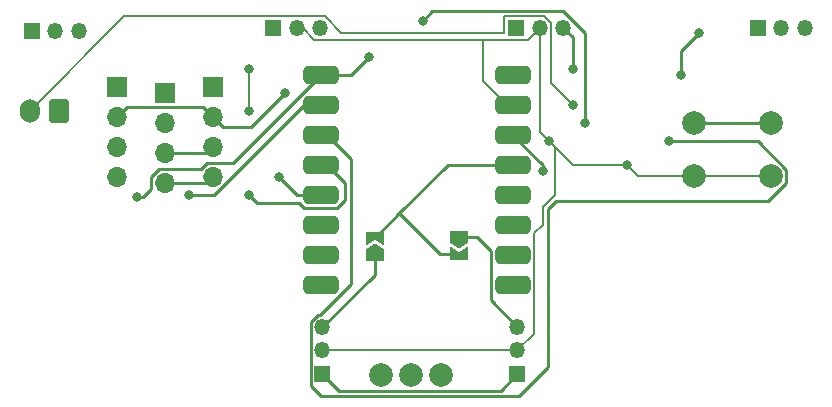
<source format=gbr>
%TF.GenerationSoftware,KiCad,Pcbnew,7.0.7*%
%TF.CreationDate,2024-08-10T15:19:47-05:00*%
%TF.ProjectId,LASK5,4c41534b-352e-46b6-9963-61645f706362,rev?*%
%TF.SameCoordinates,Original*%
%TF.FileFunction,Copper,L2,Bot*%
%TF.FilePolarity,Positive*%
%FSLAX46Y46*%
G04 Gerber Fmt 4.6, Leading zero omitted, Abs format (unit mm)*
G04 Created by KiCad (PCBNEW 7.0.7) date 2024-08-10 15:19:47*
%MOMM*%
%LPD*%
G01*
G04 APERTURE LIST*
G04 Aperture macros list*
%AMRoundRect*
0 Rectangle with rounded corners*
0 $1 Rounding radius*
0 $2 $3 $4 $5 $6 $7 $8 $9 X,Y pos of 4 corners*
0 Add a 4 corners polygon primitive as box body*
4,1,4,$2,$3,$4,$5,$6,$7,$8,$9,$2,$3,0*
0 Add four circle primitives for the rounded corners*
1,1,$1+$1,$2,$3*
1,1,$1+$1,$4,$5*
1,1,$1+$1,$6,$7*
1,1,$1+$1,$8,$9*
0 Add four rect primitives between the rounded corners*
20,1,$1+$1,$2,$3,$4,$5,0*
20,1,$1+$1,$4,$5,$6,$7,0*
20,1,$1+$1,$6,$7,$8,$9,0*
20,1,$1+$1,$8,$9,$2,$3,0*%
%AMFreePoly0*
4,1,6,1.000000,0.000000,0.500000,-0.750000,-0.500000,-0.750000,-0.500000,0.750000,0.500000,0.750000,1.000000,0.000000,1.000000,0.000000,$1*%
%AMFreePoly1*
4,1,6,0.500000,-0.750000,-0.650000,-0.750000,-0.150000,0.000000,-0.650000,0.750000,0.500000,0.750000,0.500000,-0.750000,0.500000,-0.750000,$1*%
G04 Aperture macros list end*
%TA.AperFunction,ComponentPad*%
%ADD10R,1.350000X1.350000*%
%TD*%
%TA.AperFunction,ComponentPad*%
%ADD11O,1.350000X1.350000*%
%TD*%
%TA.AperFunction,ComponentPad*%
%ADD12C,2.000000*%
%TD*%
%TA.AperFunction,ComponentPad*%
%ADD13R,1.700000X1.700000*%
%TD*%
%TA.AperFunction,ComponentPad*%
%ADD14O,1.700000X1.700000*%
%TD*%
%TA.AperFunction,ComponentPad*%
%ADD15RoundRect,0.381000X-1.119000X-0.381000X1.119000X-0.381000X1.119000X0.381000X-1.119000X0.381000X0*%
%TD*%
%TA.AperFunction,ComponentPad*%
%ADD16RoundRect,0.250000X0.600000X0.750000X-0.600000X0.750000X-0.600000X-0.750000X0.600000X-0.750000X0*%
%TD*%
%TA.AperFunction,ComponentPad*%
%ADD17O,1.700000X2.000000*%
%TD*%
%TA.AperFunction,SMDPad,CuDef*%
%ADD18FreePoly0,90.000000*%
%TD*%
%TA.AperFunction,SMDPad,CuDef*%
%ADD19FreePoly1,90.000000*%
%TD*%
%TA.AperFunction,SMDPad,CuDef*%
%ADD20FreePoly0,270.000000*%
%TD*%
%TA.AperFunction,SMDPad,CuDef*%
%ADD21FreePoly1,270.000000*%
%TD*%
%TA.AperFunction,ViaPad*%
%ADD22C,0.800000*%
%TD*%
%TA.AperFunction,Conductor*%
%ADD23C,0.250000*%
%TD*%
%TA.AperFunction,Conductor*%
%ADD24C,0.200000*%
%TD*%
G04 APERTURE END LIST*
D10*
%TO.P,H2,1,VCC*%
%TO.N,+3V3*%
X139732000Y-68167600D03*
D11*
%TO.P,H2,2,GND*%
%TO.N,B-*%
X141732000Y-68167600D03*
%TO.P,H2,3,VOUT*%
%TO.N,hall_1*%
X143732000Y-68167600D03*
%TD*%
D10*
%TO.P,H6,1,VCC*%
%TO.N,+3V3*%
X160419000Y-97463600D03*
D11*
%TO.P,H6,2,GND*%
%TO.N,B-*%
X160419000Y-95463600D03*
%TO.P,H6,3,VOUT*%
%TO.N,Net-(H6-VOUT)*%
X160419000Y-93463600D03*
%TD*%
D12*
%TO.P,SW2,1,1*%
%TO.N,BTTN*%
X175364000Y-76200000D03*
X181864000Y-76200000D03*
%TO.P,SW2,2,2*%
%TO.N,B-*%
X175364000Y-80700000D03*
X181864000Y-80700000D03*
%TD*%
D13*
%TO.P,J3,1,Pin_1*%
%TO.N,B-*%
X126492000Y-73152000D03*
D14*
%TO.P,J3,2,Pin_2*%
%TO.N,+3V3*%
X126492000Y-75692000D03*
%TO.P,J3,3,Pin_3*%
%TO.N,Pin6*%
X126492000Y-78232000D03*
%TO.P,J3,4,Pin_4*%
%TO.N,ADC1_BAT*%
X126492000Y-80772000D03*
%TD*%
D15*
%TO.P,U3,0,GPIO0*%
%TO.N,hall_0*%
X160012000Y-89916000D03*
%TO.P,U3,1,GPIO1*%
%TO.N,hall_1*%
X160012000Y-87376000D03*
%TO.P,U3,2,GPIO2*%
%TO.N,hall_2*%
X160012000Y-84836000D03*
%TO.P,U3,3,GPIO3*%
%TO.N,hall_3*%
X160012000Y-82296000D03*
%TO.P,U3,4,GPIO4*%
%TO.N,hall_4*%
X160012000Y-79756000D03*
%TO.P,U3,5,GPIO5*%
%TO.N,ADC1_BAT*%
X143772000Y-72136000D03*
%TO.P,U3,6,GPIO6*%
%TO.N,Pin6*%
X143772000Y-74676000D03*
%TO.P,U3,7,GPIO7*%
%TO.N,BTTN*%
X143772000Y-77216000D03*
%TO.P,U3,8,GPIO8*%
%TO.N,SDA*%
X143772000Y-79756000D03*
%TO.P,U3,9,GPIO9*%
%TO.N,SCL*%
X143772000Y-82296000D03*
%TO.P,U3,10,GPIO10*%
%TO.N,unconnected-(U3-GPIO10-Pad10)*%
X143772000Y-84836000D03*
%TO.P,U3,20,GPIO20*%
%TO.N,unconnected-(U3-GPIO20-Pad20)*%
X143772000Y-87376000D03*
%TO.P,U3,21,GPIO21*%
%TO.N,unconnected-(U3-GPIO21-Pad21)*%
X143772000Y-89916000D03*
%TO.P,U3,100,5V*%
%TO.N,unconnected-(U3-5V-Pad100)*%
X160012000Y-72136000D03*
%TO.P,U3,101,GND*%
%TO.N,B-*%
X160012000Y-74676000D03*
%TO.P,U3,102,3V3*%
%TO.N,+3V3*%
X160012000Y-77216000D03*
%TD*%
D12*
%TO.P,SW1,1,A*%
%TO.N,VILDO*%
X153924000Y-97536000D03*
%TO.P,SW1,2,B*%
%TO.N,B+*%
X151384000Y-97536000D03*
%TO.P,SW1,3,C*%
%TO.N,unconnected-(SW1A-C-Pad3)*%
X148844000Y-97536000D03*
%TD*%
D10*
%TO.P,H4,1,VCC*%
%TO.N,+3V3*%
X180753000Y-68167600D03*
D11*
%TO.P,H4,2,GND*%
%TO.N,B-*%
X182753000Y-68167600D03*
%TO.P,H4,3,VOUT*%
%TO.N,hall_3*%
X184753000Y-68167600D03*
%TD*%
D13*
%TO.P,J4,1,Pin_1*%
%TO.N,B-*%
X130556000Y-73660000D03*
D14*
%TO.P,J4,2,Pin_2*%
%TO.N,+4V*%
X130556000Y-76200000D03*
%TO.P,J4,3,Pin_3*%
%TO.N,SCL*%
X130556000Y-78740000D03*
%TO.P,J4,4,Pin_4*%
%TO.N,SDA*%
X130556000Y-81280000D03*
%TD*%
D16*
%TO.P,J5,1,Pin_1*%
%TO.N,B-*%
X121646000Y-75191500D03*
D17*
%TO.P,J5,2,Pin_2*%
%TO.N,B+*%
X119146000Y-75191500D03*
%TD*%
D10*
%TO.P,H5,1,VCC*%
%TO.N,+3V3*%
X143919000Y-97463600D03*
D11*
%TO.P,H5,2,GND*%
%TO.N,B-*%
X143919000Y-95463600D03*
%TO.P,H5,3,VOUT*%
%TO.N,Net-(H5-VOUT)*%
X143919000Y-93463600D03*
%TD*%
D10*
%TO.P,H1,1,VCC*%
%TO.N,+3V3*%
X119285000Y-68398600D03*
D11*
%TO.P,H1,2,GND*%
%TO.N,B-*%
X121285000Y-68398600D03*
%TO.P,H1,3,VOUT*%
%TO.N,hall_0*%
X123285000Y-68398600D03*
%TD*%
D10*
%TO.P,H3,1,VCC*%
%TO.N,+3V3*%
X160306000Y-68167600D03*
D11*
%TO.P,H3,2,GND*%
%TO.N,B-*%
X162306000Y-68167600D03*
%TO.P,H3,3,VOUT*%
%TO.N,hall_2*%
X164306000Y-68167600D03*
%TD*%
D13*
%TO.P,J1,1,Pin_1*%
%TO.N,B-*%
X134620000Y-73152000D03*
D14*
%TO.P,J1,2,Pin_2*%
%TO.N,+3V3*%
X134620000Y-75692000D03*
%TO.P,J1,3,Pin_3*%
%TO.N,SCL*%
X134620000Y-78232000D03*
%TO.P,J1,4,Pin_4*%
%TO.N,SDA*%
X134620000Y-80772000D03*
%TD*%
D18*
%TO.P,JPH5-LFT1,1,A*%
%TO.N,Net-(H5-VOUT)*%
X148336000Y-87376000D03*
D19*
%TO.P,JPH5-LFT1,2,B*%
%TO.N,hall_4*%
X148336000Y-85926000D03*
%TD*%
D20*
%TO.P,JPH6-RHT1,1,A*%
%TO.N,Net-(H6-VOUT)*%
X155448000Y-85852000D03*
D21*
%TO.P,JPH6-RHT1,2,B*%
%TO.N,hall_4*%
X155448000Y-87302000D03*
%TD*%
D22*
%TO.N,Pin6*%
X132588000Y-82296000D03*
%TO.N,ADC1_BAT*%
X128175000Y-82455000D03*
%TO.N,+3V3*%
X140716000Y-73660000D03*
%TO.N,Net-(D1-A)*%
X174244000Y-72136000D03*
X175768000Y-68580000D03*
%TO.N,hall_2*%
X165100000Y-71628000D03*
%TO.N,BTTN*%
X173228000Y-77724000D03*
%TO.N,SDA*%
X137668000Y-82296000D03*
%TO.N,SCL*%
X140208000Y-80772000D03*
%TO.N,ADC1_BAT*%
X147828000Y-70612000D03*
X152400000Y-67564000D03*
X166116000Y-76200000D03*
%TO.N,B+*%
X165100000Y-74676000D03*
%TO.N,B-*%
X169672000Y-79756000D03*
X163068000Y-77724000D03*
X137668000Y-71628000D03*
X137668000Y-75184000D03*
%TO.N,+3V3*%
X162561500Y-80264000D03*
%TD*%
D23*
%TO.N,Pin6*%
X134757701Y-82296000D02*
X142377701Y-74676000D01*
X132588000Y-82296000D02*
X134757701Y-82296000D01*
X142377701Y-74676000D02*
X144272000Y-74676000D01*
%TO.N,ADC1_BAT*%
X143813565Y-72136000D02*
X144272000Y-72136000D01*
X136352565Y-79597000D02*
X143813565Y-72136000D01*
X133625299Y-80105000D02*
X134133299Y-79597000D01*
X129381000Y-81766701D02*
X129381000Y-80793299D01*
X134133299Y-79597000D02*
X136352565Y-79597000D01*
X128692701Y-82455000D02*
X129381000Y-81766701D01*
X130069299Y-80105000D02*
X133625299Y-80105000D01*
X128175000Y-82455000D02*
X128692701Y-82455000D01*
X129381000Y-80793299D02*
X130069299Y-80105000D01*
%TO.N,+3V3*%
X134620000Y-75692000D02*
X133770000Y-74842000D01*
X133770000Y-74842000D02*
X127342000Y-74842000D01*
X127342000Y-74842000D02*
X126492000Y-75692000D01*
X135470000Y-76542000D02*
X134620000Y-75692000D01*
X140716000Y-73660000D02*
X137834000Y-76542000D01*
X137834000Y-76542000D02*
X135470000Y-76542000D01*
%TO.N,Net-(D1-A)*%
X174244000Y-70104000D02*
X174244000Y-72136000D01*
X175768000Y-68580000D02*
X174244000Y-70104000D01*
%TO.N,hall_2*%
X165100000Y-68961600D02*
X164306000Y-68167600D01*
X165100000Y-71628000D02*
X165100000Y-68961600D01*
%TO.N,BTTN*%
X146304000Y-79248000D02*
X144272000Y-77216000D01*
X146304000Y-89882435D02*
X146304000Y-79248000D01*
X143504786Y-92463600D02*
X143722835Y-92463600D01*
X142919000Y-93049386D02*
X143504786Y-92463600D01*
X142919000Y-98463600D02*
X142919000Y-93049386D01*
X143766400Y-99311000D02*
X142919000Y-98463600D01*
X160571600Y-99311000D02*
X143766400Y-99311000D01*
X162985000Y-96897600D02*
X160571600Y-99311000D01*
X162985000Y-83488040D02*
X162985000Y-96897600D01*
X163669040Y-82804000D02*
X162985000Y-83488040D01*
X143722835Y-92463600D02*
X146304000Y-89882435D01*
X181633833Y-82804000D02*
X163669040Y-82804000D01*
X183189000Y-81248833D02*
X181633833Y-82804000D01*
X183189000Y-80151167D02*
X183189000Y-81248833D01*
X180761833Y-77724000D02*
X183189000Y-80151167D01*
X173228000Y-77724000D02*
X180761833Y-77724000D01*
D24*
%TO.N,B-*%
X161812000Y-85557950D02*
X161812000Y-94070600D01*
X162560000Y-83312000D02*
X162560000Y-84809950D01*
X163576000Y-82296000D02*
X162560000Y-83312000D01*
X162560000Y-84809950D02*
X161812000Y-85557950D01*
X163068000Y-77724000D02*
X163576000Y-78232000D01*
X163576000Y-78232000D02*
X163576000Y-82296000D01*
X161812000Y-94070600D02*
X160419000Y-95463600D01*
D23*
%TO.N,+3V3*%
X159970435Y-77216000D02*
X159512000Y-77216000D01*
X162561500Y-79807065D02*
X159970435Y-77216000D01*
X162561500Y-80264000D02*
X162561500Y-79807065D01*
%TO.N,SDA*%
X134112000Y-81280000D02*
X134620000Y-80772000D01*
X130556000Y-81280000D02*
X134112000Y-81280000D01*
%TO.N,SCL*%
X134112000Y-78740000D02*
X134620000Y-78232000D01*
X130556000Y-78740000D02*
X134112000Y-78740000D01*
%TO.N,SDA*%
X145796000Y-82770435D02*
X145796000Y-81280000D01*
X145183435Y-83383000D02*
X145796000Y-82770435D01*
X145796000Y-81280000D02*
X144272000Y-79756000D01*
X142360565Y-83383000D02*
X145183435Y-83383000D01*
X138341435Y-82969435D02*
X141947000Y-82969435D01*
X141947000Y-82969435D02*
X142360565Y-83383000D01*
X137668000Y-82296000D02*
X138341435Y-82969435D01*
%TO.N,SCL*%
X141732000Y-82296000D02*
X144272000Y-82296000D01*
X140208000Y-80772000D02*
X141732000Y-82296000D01*
D24*
%TO.N,B-*%
X181864000Y-80700000D02*
X175364000Y-80700000D01*
X170616000Y-80700000D02*
X169672000Y-79756000D01*
X175364000Y-80700000D02*
X170616000Y-80700000D01*
D23*
%TO.N,BTTN*%
X175364000Y-76200000D02*
X181864000Y-76200000D01*
%TO.N,ADC1_BAT*%
X146304000Y-72136000D02*
X144272000Y-72136000D01*
X147828000Y-70612000D02*
X146304000Y-72136000D01*
X153196400Y-66767600D02*
X152400000Y-67564000D01*
X166116000Y-76200000D02*
X166116000Y-68563386D01*
X166116000Y-68563386D02*
X164320214Y-66767600D01*
X164320214Y-66767600D02*
X153196400Y-66767600D01*
D24*
%TO.N,B+*%
X127144900Y-67192600D02*
X119146000Y-75191500D01*
X144135859Y-67192600D02*
X127144900Y-67192600D01*
X145523259Y-68580000D02*
X144135859Y-67192600D01*
X159331000Y-68580000D02*
X145523259Y-68580000D01*
X162709859Y-67192600D02*
X159331000Y-67192600D01*
X163281000Y-67763741D02*
X162709859Y-67192600D01*
X159331000Y-67192600D02*
X159331000Y-68580000D01*
X163281000Y-72857000D02*
X163281000Y-67763741D01*
X165100000Y-74676000D02*
X163281000Y-72857000D01*
D23*
%TO.N,+3V3*%
X159021600Y-98861000D02*
X145316400Y-98861000D01*
X145316400Y-98861000D02*
X143919000Y-97463600D01*
X160419000Y-97463600D02*
X159021600Y-98861000D01*
D24*
%TO.N,B-*%
X160419000Y-95463600D02*
X143919000Y-95463600D01*
X165100000Y-79756000D02*
X169672000Y-79756000D01*
X163068000Y-77724000D02*
X165100000Y-79756000D01*
X162306000Y-76962000D02*
X163068000Y-77724000D01*
X162306000Y-68167600D02*
X162306000Y-76962000D01*
X159512000Y-74676000D02*
X157480000Y-72644000D01*
X157480000Y-72644000D02*
X157480000Y-69142600D01*
X157480000Y-69142600D02*
X161331000Y-69142600D01*
X143241679Y-69142600D02*
X157480000Y-69142600D01*
X161331000Y-69142600D02*
X162306000Y-68167600D01*
X142266679Y-68167600D02*
X143241679Y-69142600D01*
X141732000Y-68167600D02*
X142266679Y-68167600D01*
X137668000Y-75184000D02*
X137668000Y-71628000D01*
D23*
%TO.N,Net-(H5-VOUT)*%
X148336000Y-89046600D02*
X148336000Y-87376000D01*
X143919000Y-93463600D02*
X148336000Y-89046600D01*
%TO.N,Net-(H6-VOUT)*%
X158187000Y-87067000D02*
X156972000Y-85852000D01*
X156972000Y-85852000D02*
X155448000Y-85852000D01*
X160419000Y-93463600D02*
X158187000Y-91231600D01*
X158187000Y-91231600D02*
X158187000Y-87067000D01*
%TO.N,hall_4*%
X154506000Y-79756000D02*
X150405000Y-83857000D01*
X150405000Y-83857000D02*
X153850000Y-87302000D01*
X150405000Y-83857000D02*
X148336000Y-85926000D01*
X153850000Y-87302000D02*
X155448000Y-87302000D01*
X159512000Y-79756000D02*
X154506000Y-79756000D01*
%TD*%
M02*

</source>
